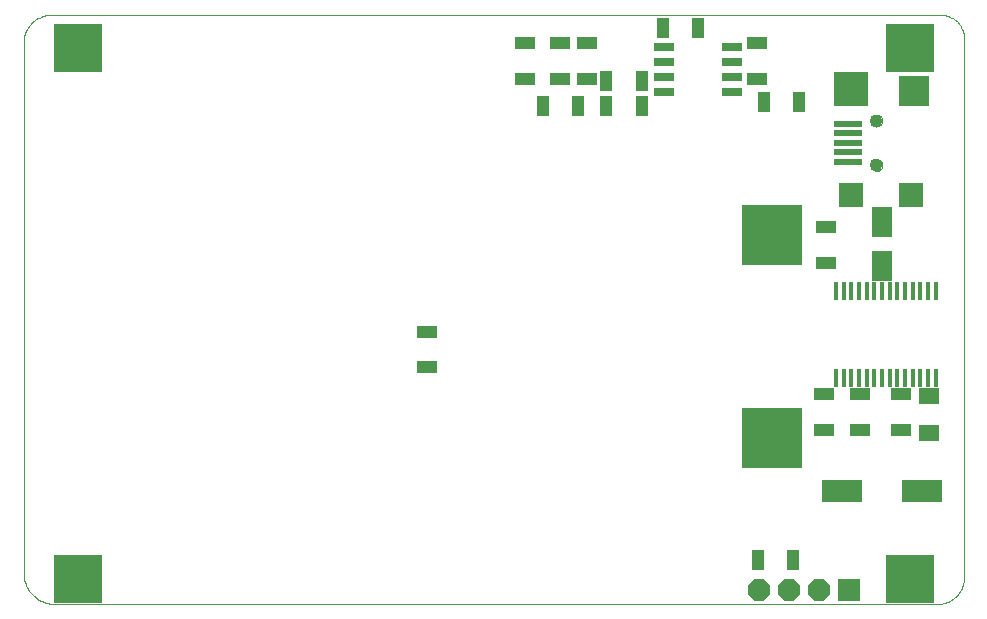
<source format=gts>
G75*
G70*
%OFA0B0*%
%FSLAX24Y24*%
%IPPOS*%
%LPD*%
%AMOC8*
5,1,8,0,0,1.08239X$1,22.5*
%
%ADD10C,0.0000*%
%ADD11R,0.1181X0.1181*%
%ADD12R,0.0984X0.0984*%
%ADD13R,0.0787X0.0787*%
%ADD14C,0.0434*%
%ADD15R,0.0926X0.0237*%
%ADD16R,0.0749X0.0749*%
%ADD17OC8,0.0749*%
%ADD18R,0.2009X0.2009*%
%ADD19R,0.0670X0.0434*%
%ADD20R,0.0434X0.0670*%
%ADD21R,0.1379X0.0749*%
%ADD22R,0.0701X0.0558*%
%ADD23R,0.0670X0.1024*%
%ADD24R,0.0670X0.0296*%
%ADD25R,0.0177X0.0590*%
%ADD26R,0.1621X0.1621*%
D10*
X001163Y000368D02*
X030534Y000368D01*
X030592Y000370D01*
X030650Y000375D01*
X030707Y000384D01*
X030764Y000397D01*
X030820Y000413D01*
X030874Y000433D01*
X030927Y000456D01*
X030979Y000482D01*
X031029Y000512D01*
X031077Y000544D01*
X031123Y000580D01*
X031167Y000618D01*
X031208Y000659D01*
X031246Y000703D01*
X031282Y000749D01*
X031314Y000797D01*
X031344Y000847D01*
X031370Y000899D01*
X031393Y000952D01*
X031413Y001006D01*
X031429Y001062D01*
X031442Y001119D01*
X031451Y001176D01*
X031456Y001234D01*
X031458Y001292D01*
X031458Y019217D01*
X031457Y019217D02*
X031455Y019271D01*
X031450Y019325D01*
X031440Y019379D01*
X031427Y019432D01*
X031411Y019484D01*
X031391Y019534D01*
X031368Y019583D01*
X031341Y019631D01*
X031311Y019676D01*
X031278Y019719D01*
X031243Y019760D01*
X031204Y019799D01*
X031163Y019834D01*
X031120Y019867D01*
X031075Y019897D01*
X031027Y019924D01*
X030978Y019947D01*
X030928Y019967D01*
X030876Y019983D01*
X030823Y019996D01*
X030769Y020006D01*
X030715Y020011D01*
X030661Y020013D01*
X001033Y020013D01*
X000975Y020011D01*
X000916Y020006D01*
X000859Y019997D01*
X000802Y019984D01*
X000746Y019967D01*
X000691Y019948D01*
X000637Y019924D01*
X000585Y019898D01*
X000535Y019868D01*
X000486Y019835D01*
X000440Y019800D01*
X000396Y019761D01*
X000355Y019720D01*
X000316Y019676D01*
X000281Y019630D01*
X000248Y019581D01*
X000218Y019531D01*
X000192Y019479D01*
X000168Y019425D01*
X000149Y019370D01*
X000132Y019314D01*
X000119Y019257D01*
X000110Y019200D01*
X000105Y019141D01*
X000103Y019083D01*
X000103Y001428D01*
X000105Y001364D01*
X000111Y001300D01*
X000120Y001237D01*
X000134Y001174D01*
X000151Y001113D01*
X000172Y001052D01*
X000196Y000993D01*
X000224Y000935D01*
X000256Y000880D01*
X000291Y000826D01*
X000329Y000774D01*
X000370Y000725D01*
X000413Y000678D01*
X000460Y000635D01*
X000509Y000594D01*
X000561Y000556D01*
X000615Y000521D01*
X000670Y000489D01*
X000728Y000461D01*
X000787Y000437D01*
X000848Y000416D01*
X000909Y000399D01*
X000972Y000385D01*
X001035Y000376D01*
X001099Y000370D01*
X001163Y000368D01*
X028334Y015009D02*
X028336Y015036D01*
X028342Y015063D01*
X028351Y015089D01*
X028364Y015113D01*
X028380Y015136D01*
X028399Y015155D01*
X028421Y015172D01*
X028445Y015186D01*
X028470Y015196D01*
X028497Y015203D01*
X028524Y015206D01*
X028552Y015205D01*
X028579Y015200D01*
X028605Y015192D01*
X028629Y015180D01*
X028652Y015164D01*
X028673Y015146D01*
X028690Y015125D01*
X028705Y015101D01*
X028716Y015076D01*
X028724Y015050D01*
X028728Y015023D01*
X028728Y014995D01*
X028724Y014968D01*
X028716Y014942D01*
X028705Y014917D01*
X028690Y014893D01*
X028673Y014872D01*
X028652Y014854D01*
X028630Y014838D01*
X028605Y014826D01*
X028579Y014818D01*
X028552Y014813D01*
X028524Y014812D01*
X028497Y014815D01*
X028470Y014822D01*
X028445Y014832D01*
X028421Y014846D01*
X028399Y014863D01*
X028380Y014882D01*
X028364Y014905D01*
X028351Y014929D01*
X028342Y014955D01*
X028336Y014982D01*
X028334Y015009D01*
X028334Y016490D02*
X028336Y016517D01*
X028342Y016544D01*
X028351Y016570D01*
X028364Y016594D01*
X028380Y016617D01*
X028399Y016636D01*
X028421Y016653D01*
X028445Y016667D01*
X028470Y016677D01*
X028497Y016684D01*
X028524Y016687D01*
X028552Y016686D01*
X028579Y016681D01*
X028605Y016673D01*
X028629Y016661D01*
X028652Y016645D01*
X028673Y016627D01*
X028690Y016606D01*
X028705Y016582D01*
X028716Y016557D01*
X028724Y016531D01*
X028728Y016504D01*
X028728Y016476D01*
X028724Y016449D01*
X028716Y016423D01*
X028705Y016398D01*
X028690Y016374D01*
X028673Y016353D01*
X028652Y016335D01*
X028630Y016319D01*
X028605Y016307D01*
X028579Y016299D01*
X028552Y016294D01*
X028524Y016293D01*
X028497Y016296D01*
X028470Y016303D01*
X028445Y016313D01*
X028421Y016327D01*
X028399Y016344D01*
X028380Y016363D01*
X028364Y016386D01*
X028351Y016410D01*
X028342Y016436D01*
X028336Y016463D01*
X028334Y016490D01*
D11*
X027702Y017558D03*
D12*
X029769Y017460D03*
D13*
X029671Y014015D03*
X027702Y014015D03*
D14*
X028531Y015009D03*
X028531Y016490D03*
D15*
X027586Y016379D03*
X027586Y016064D03*
X027586Y015749D03*
X027586Y015434D03*
X027586Y015120D03*
D16*
X027603Y000844D03*
D17*
X026603Y000844D03*
X025603Y000844D03*
X024603Y000844D03*
D18*
X025060Y005921D03*
X025060Y012671D03*
D19*
X026853Y012935D03*
X026853Y011754D03*
X026790Y007360D03*
X027978Y007360D03*
X029353Y007360D03*
X029353Y006179D03*
X027978Y006179D03*
X026790Y006179D03*
X013560Y008268D03*
X013560Y009449D03*
X016810Y017893D03*
X017997Y017893D03*
X018872Y017893D03*
X018872Y019074D03*
X017997Y019074D03*
X016810Y019074D03*
X024560Y019074D03*
X024560Y017893D03*
D20*
X024782Y017108D03*
X025963Y017108D03*
X022588Y019588D03*
X021407Y019588D03*
X020713Y017796D03*
X020713Y016983D03*
X019532Y016983D03*
X018588Y016983D03*
X017407Y016983D03*
X019532Y017796D03*
X024574Y001844D03*
X025756Y001844D03*
D21*
X027389Y004157D03*
X030066Y004157D03*
D22*
X030290Y006073D03*
X030290Y007307D03*
D23*
X028728Y011641D03*
X028728Y013110D03*
D24*
X023704Y017444D03*
X023704Y017944D03*
X023704Y018444D03*
X023704Y018944D03*
X021454Y018944D03*
X021454Y018444D03*
X021454Y017944D03*
X021454Y017444D03*
D25*
X027185Y010799D03*
X027441Y010799D03*
X027697Y010799D03*
X027953Y010799D03*
X028209Y010799D03*
X028465Y010799D03*
X028720Y010799D03*
X028976Y010799D03*
X029232Y010799D03*
X029488Y010799D03*
X029744Y010799D03*
X030000Y010799D03*
X030256Y010799D03*
X030512Y010799D03*
X030512Y007921D03*
X030256Y007921D03*
X030000Y007921D03*
X029744Y007921D03*
X029488Y007921D03*
X029232Y007921D03*
X028976Y007921D03*
X028720Y007921D03*
X028465Y007921D03*
X028209Y007921D03*
X027953Y007921D03*
X027697Y007921D03*
X027441Y007921D03*
X027185Y007921D03*
D26*
X029665Y001220D03*
X029665Y018897D03*
X001915Y018897D03*
X001915Y001220D03*
M02*

</source>
